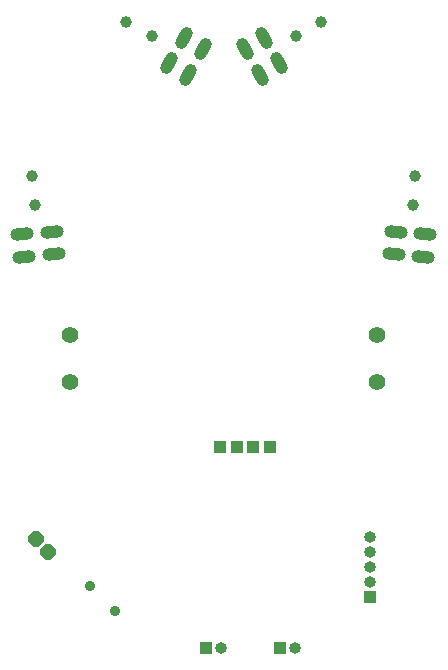
<source format=gbr>
%TF.GenerationSoftware,KiCad,Pcbnew,(7.0.0)*%
%TF.CreationDate,2024-08-06T08:44:50+09:00*%
%TF.ProjectId,extraice,65787472-6169-4636-952e-6b696361645f,rev?*%
%TF.SameCoordinates,Original*%
%TF.FileFunction,Soldermask,Bot*%
%TF.FilePolarity,Negative*%
%FSLAX46Y46*%
G04 Gerber Fmt 4.6, Leading zero omitted, Abs format (unit mm)*
G04 Created by KiCad (PCBNEW (7.0.0)) date 2024-08-06 08:44:50*
%MOMM*%
%LPD*%
G01*
G04 APERTURE LIST*
G04 Aperture macros list*
%AMRoundRect*
0 Rectangle with rounded corners*
0 $1 Rounding radius*
0 $2 $3 $4 $5 $6 $7 $8 $9 X,Y pos of 4 corners*
0 Add a 4 corners polygon primitive as box body*
4,1,4,$2,$3,$4,$5,$6,$7,$8,$9,$2,$3,0*
0 Add four circle primitives for the rounded corners*
1,1,$1+$1,$2,$3*
1,1,$1+$1,$4,$5*
1,1,$1+$1,$6,$7*
1,1,$1+$1,$8,$9*
0 Add four rect primitives between the rounded corners*
20,1,$1+$1,$2,$3,$4,$5,0*
20,1,$1+$1,$4,$5,$6,$7,0*
20,1,$1+$1,$6,$7,$8,$9,0*
20,1,$1+$1,$8,$9,$2,$3,0*%
G04 Aperture macros list end*
%ADD10C,1.000000*%
%ADD11RoundRect,0.525000X-0.237500X-0.411362X0.237500X0.411362X0.237500X0.411362X-0.237500X-0.411362X0*%
%ADD12C,1.400000*%
%ADD13R,1.000000X1.000000*%
%ADD14O,1.000000X1.000000*%
%ADD15RoundRect,0.300000X0.424264X0.000000X0.000000X0.424264X-0.424264X0.000000X0.000000X-0.424264X0*%
%ADD16C,0.900000*%
%ADD17RoundRect,0.525000X-0.473192X0.041399X0.473192X-0.041399X0.473192X-0.041399X-0.473192X0.041399X0*%
%ADD18RoundRect,0.525000X-0.473192X-0.041399X0.473192X0.041399X0.473192X0.041399X-0.473192X-0.041399X0*%
%ADD19RoundRect,0.525000X-0.237500X0.411362X0.237500X-0.411362X0.237500X-0.411362X-0.237500X0.411362X0*%
G04 APERTURE END LIST*
D10*
%TO.C,U13*%
X131747457Y-71464852D03*
X133912520Y-72714852D03*
D11*
X136600000Y-72800000D03*
X135330000Y-74999704D03*
X138249779Y-73752500D03*
X136979779Y-75952204D03*
%TD*%
D12*
%TO.C,H3*%
X127000000Y-102000000D03*
%TD*%
D13*
%TO.C,J4*%
X144729999Y-124499999D03*
D14*
X145999999Y-124499999D03*
%TD*%
D15*
%TO.C,J1*%
X124069670Y-115269670D03*
X125130330Y-116330330D03*
%TD*%
D16*
%TO.C,SW1*%
X128636218Y-119272685D03*
X130757538Y-121394005D03*
%TD*%
D12*
%TO.C,H2*%
X153000000Y-102000000D03*
%TD*%
D13*
%TO.C,J5*%
X138499999Y-124499999D03*
D14*
X139769999Y-124499999D03*
%TD*%
D10*
%TO.C,U15*%
X156217890Y-84509513D03*
X156000000Y-87000000D03*
D17*
X154528274Y-89250293D03*
X157058608Y-89471669D03*
X154362242Y-91148044D03*
X156892577Y-91369420D03*
%TD*%
D12*
%TO.C,H1*%
X153000000Y-98000000D03*
%TD*%
%TO.C,H4*%
X127000000Y-98000000D03*
%TD*%
D10*
%TO.C,U12*%
X123782110Y-84509513D03*
X124000000Y-87000000D03*
D18*
X125471726Y-89250293D03*
X122941392Y-89471669D03*
X125637758Y-91148044D03*
X123107423Y-91369420D03*
%TD*%
D10*
%TO.C,U14*%
X148252543Y-71464852D03*
X146087480Y-72714852D03*
D19*
X143400000Y-72800000D03*
X144670000Y-74999704D03*
X141750221Y-73752500D03*
X143020221Y-75952204D03*
%TD*%
D13*
%TO.C,J3*%
X152399999Y-120209999D03*
D14*
X152399999Y-118939999D03*
X152399999Y-117669999D03*
X152399999Y-116399999D03*
X152399999Y-115129999D03*
%TD*%
D13*
%TO.C,TP1*%
X143899999Y-107499999D03*
%TD*%
%TO.C,TP3*%
X141099999Y-107499999D03*
%TD*%
%TO.C,TP4*%
X139699999Y-107499999D03*
%TD*%
%TO.C,TP2*%
X142499999Y-107499999D03*
%TD*%
M02*

</source>
